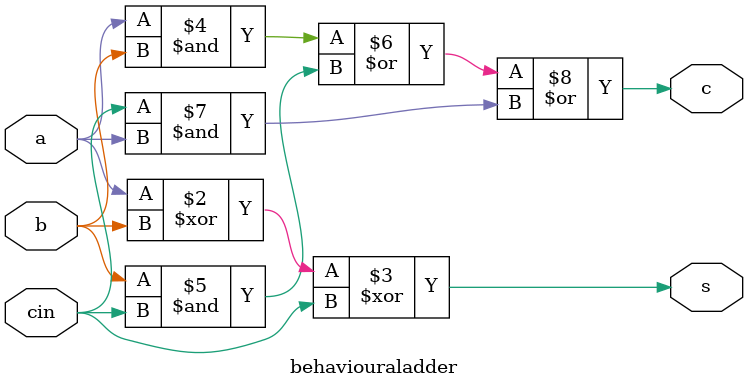
<source format=v>
`timescale 1ns / 1ps
module behaviouraladder(a,b,cin,s,c);
input a,b,cin;
output reg s,c;
always @ (a,b,cin)
begin
s=a^b^cin;
c=(a&b)|(b&cin)|(cin&a);
end
endmodule

</source>
